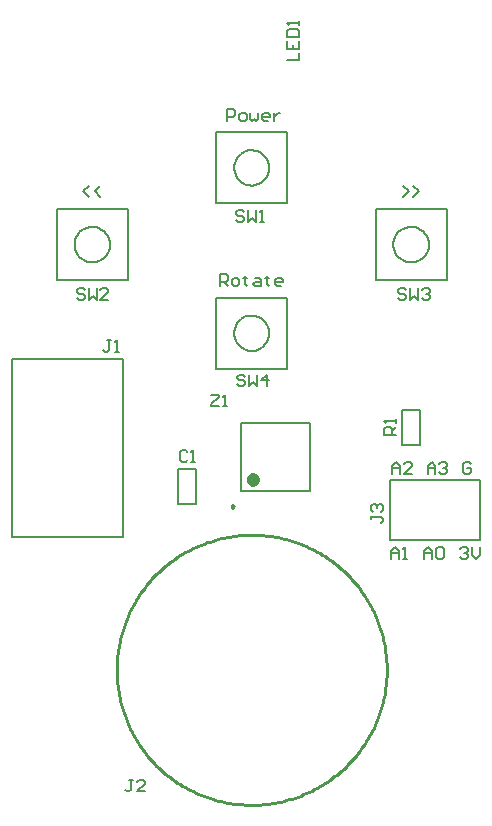
<source format=gto>
%FSLAX25Y25*%
%MOIN*%
G70*
G01*
G75*
%ADD10R,0.20000X0.20000*%
%ADD11R,0.31200X0.31200*%
%ADD12R,0.03543X0.03150*%
%ADD13R,0.08268X0.05512*%
%ADD14R,0.02165X0.06693*%
%ADD15R,0.06693X0.02165*%
%ADD16C,0.01969*%
%ADD17O,0.07087X0.06299*%
%ADD18O,0.05906X0.07087*%
%ADD19C,0.19685*%
%ADD20C,0.07000*%
%ADD21R,0.07000X0.07000*%
%ADD22C,0.01969*%
%ADD23C,0.01000*%
%ADD24C,0.00500*%
%ADD25C,0.00984*%
%ADD26C,0.02362*%
%ADD27C,0.00787*%
D23*
X45000Y-88583D02*
X44989Y-87584D01*
X44956Y-86585D01*
X44900Y-85588D01*
X44823Y-84592D01*
X44723Y-83597D01*
X44601Y-82606D01*
X44458Y-81617D01*
X44292Y-80632D01*
X44105Y-79651D01*
X43895Y-78674D01*
X43665Y-77702D01*
X43412Y-76735D01*
X43139Y-75774D01*
X42844Y-74819D01*
X42527Y-73872D01*
X42190Y-72931D01*
X41833Y-71999D01*
X41454Y-71074D01*
X41055Y-70158D01*
X40636Y-69251D01*
X40197Y-68354D01*
X39738Y-67466D01*
X39259Y-66589D01*
X38761Y-65723D01*
X38244Y-64868D01*
X37708Y-64025D01*
X37154Y-63194D01*
X36581Y-62375D01*
X35990Y-61570D01*
X35382Y-60777D01*
X34756Y-59999D01*
X34113Y-59234D01*
X33453Y-58484D01*
X32776Y-57749D01*
X32084Y-57029D01*
X31375Y-56324D01*
X30651Y-55636D01*
X29912Y-54963D01*
X29159Y-54308D01*
X28390Y-53669D01*
X27608Y-53047D01*
X26813Y-52443D01*
X26004Y-51857D01*
X25182Y-51288D01*
X24348Y-50739D01*
X23502Y-50207D01*
X22644Y-49695D01*
X21775Y-49202D01*
X20896Y-48728D01*
X20006Y-48274D01*
X19106Y-47840D01*
X18197Y-47426D01*
X17278Y-47032D01*
X16352Y-46659D01*
X15417Y-46306D01*
X14475Y-45974D01*
X13525Y-45663D01*
X12569Y-45374D01*
X11607Y-45105D01*
X10639Y-44858D01*
X9665Y-44633D01*
X8687Y-44429D01*
X7705Y-44247D01*
X6719Y-44087D01*
X5729Y-43949D01*
X4737Y-43833D01*
X3742Y-43739D01*
X2746Y-43666D01*
X1748Y-43617D01*
X749Y-43589D01*
X-250Y-43583D01*
X-1249Y-43600D01*
X-2247Y-43639D01*
X-3244Y-43700D01*
X-4240Y-43783D01*
X-5233Y-43888D01*
X-6224Y-44015D01*
X-7212Y-44164D01*
X-8196Y-44335D01*
X-9177Y-44528D01*
X-10153Y-44743D01*
X-11123Y-44979D01*
X-12089Y-45237D01*
X-13048Y-45516D01*
X-14001Y-45816D01*
X-14947Y-46137D01*
X-15885Y-46480D01*
X-16816Y-46843D01*
X-17739Y-47226D01*
X-18652Y-47630D01*
X-19557Y-48055D01*
X-20452Y-48499D01*
X-21337Y-48963D01*
X-22211Y-49446D01*
X-23074Y-49949D01*
X-23926Y-50471D01*
X-24767Y-51011D01*
X-25595Y-51570D01*
X-26410Y-52148D01*
X-27212Y-52743D01*
X-28001Y-53356D01*
X-28776Y-53986D01*
X-29537Y-54633D01*
X-30284Y-55298D01*
X-31015Y-55978D01*
X-31731Y-56675D01*
X-32432Y-57387D01*
X-33116Y-58115D01*
X-33785Y-58857D01*
X-34436Y-59615D01*
X-35071Y-60386D01*
X-35688Y-61172D01*
X-36288Y-61971D01*
X-36870Y-62783D01*
X-37433Y-63608D01*
X-37979Y-64445D01*
X-38505Y-65294D01*
X-39013Y-66155D01*
X-39501Y-67026D01*
X-39970Y-67909D01*
X-40419Y-68801D01*
X-40848Y-69703D01*
X-41257Y-70615D01*
X-41646Y-71535D01*
X-42014Y-72464D01*
X-42362Y-73401D01*
X-42688Y-74345D01*
X-42994Y-75296D01*
X-43278Y-76254D01*
X-43541Y-77218D01*
X-43783Y-78187D01*
X-44003Y-79162D01*
X-44201Y-80141D01*
X-44378Y-81124D01*
X-44532Y-82111D01*
X-44665Y-83101D01*
X-44776Y-84094D01*
X-44864Y-85089D01*
X-44931Y-86086D01*
X-44975Y-87084D01*
X-44997Y-88083D01*
Y-89082D01*
X-44975Y-90081D01*
X-44931Y-91079D01*
X-44864Y-92076D01*
X-44776Y-93071D01*
X-44665Y-94064D01*
X-44532Y-95054D01*
X-44378Y-96041D01*
X-44201Y-97025D01*
X-44003Y-98004D01*
X-43783Y-98978D01*
X-43541Y-99948D01*
X-43278Y-100911D01*
X-42994Y-101869D01*
X-42688Y-102820D01*
X-42362Y-103765D01*
X-42014Y-104701D01*
X-41646Y-105630D01*
X-41257Y-106550D01*
X-40848Y-107462D01*
X-40419Y-108364D01*
X-39970Y-109256D01*
X-39501Y-110139D01*
X-39013Y-111010D01*
X-38505Y-111871D01*
X-37979Y-112720D01*
X-37434Y-113557D01*
X-36870Y-114382D01*
X-36288Y-115194D01*
X-35688Y-115993D01*
X-35071Y-116779D01*
X-34437Y-117550D01*
X-33785Y-118308D01*
X-33117Y-119051D01*
X-32432Y-119778D01*
X-31732Y-120491D01*
X-31015Y-121187D01*
X-30284Y-121868D01*
X-29537Y-122532D01*
X-28777Y-123179D01*
X-28001Y-123809D01*
X-27213Y-124422D01*
X-26410Y-125018D01*
X-25595Y-125595D01*
X-24767Y-126154D01*
X-23927Y-126695D01*
X-23075Y-127216D01*
X-22211Y-127719D01*
X-21337Y-128203D01*
X-20452Y-128666D01*
X-19557Y-129111D01*
X-18653Y-129535D01*
X-17739Y-129939D01*
X-16816Y-130323D01*
X-15886Y-130685D01*
X-14947Y-131028D01*
X-14001Y-131349D01*
X-13048Y-131649D01*
X-12089Y-131929D01*
X-11124Y-132186D01*
X-10153Y-132422D01*
X-9177Y-132637D01*
X-8197Y-132830D01*
X-7213Y-133001D01*
X-6225Y-133150D01*
X-5234Y-133277D01*
X-4240Y-133382D01*
X-3244Y-133466D01*
X-2247Y-133527D01*
X-1249Y-133565D01*
X-250Y-133582D01*
X749Y-133576D01*
X1748Y-133549D01*
X2746Y-133499D01*
X3742Y-133427D01*
X4737Y-133333D01*
X5729Y-133217D01*
X6718Y-133078D01*
X7705Y-132918D01*
X8687Y-132736D01*
X9665Y-132533D01*
X10638Y-132307D01*
X11607Y-132060D01*
X12569Y-131792D01*
X13525Y-131502D01*
X14475Y-131191D01*
X15417Y-130859D01*
X16352Y-130507D01*
X17278Y-130133D01*
X18196Y-129739D01*
X19106Y-129325D01*
X20006Y-128891D01*
X20895Y-128437D01*
X21775Y-127963D01*
X22644Y-127470D01*
X23502Y-126958D01*
X24348Y-126427D01*
X25182Y-125877D01*
X26004Y-125309D01*
X26813Y-124722D01*
X27608Y-124118D01*
X28390Y-123497D01*
X29159Y-122858D01*
X29912Y-122202D01*
X30651Y-121529D01*
X31375Y-120841D01*
X32084Y-120136D01*
X32776Y-119416D01*
X33453Y-118681D01*
X34113Y-117931D01*
X34756Y-117166D01*
X35382Y-116388D01*
X35990Y-115596D01*
X36581Y-114790D01*
X37154Y-113971D01*
X37708Y-113140D01*
X38244Y-112297D01*
X38761Y-111442D01*
X39259Y-110576D01*
X39738Y-109699D01*
X40197Y-108812D01*
X40636Y-107914D01*
X41055Y-107007D01*
X41454Y-106091D01*
X41833Y-105167D01*
X42191Y-104234D01*
X42528Y-103293D01*
X42844Y-102346D01*
X43139Y-101391D01*
X43412Y-100430D01*
X43665Y-99464D01*
X43896Y-98492D01*
X44105Y-97515D01*
X44292Y-96533D01*
X44458Y-95548D01*
X44601Y-94559D01*
X44723Y-93568D01*
X44823Y-92574D01*
X44900Y-91578D01*
X44956Y-90580D01*
X44989Y-89581D01*
X45000Y-88583D01*
D24*
X5907Y78741D02*
X5822Y79739D01*
X5569Y80708D01*
X5157Y81621D01*
X4596Y82451D01*
X3902Y83174D01*
X3097Y83770D01*
X2203Y84221D01*
X1245Y84514D01*
X251Y84641D01*
X-750Y84599D01*
X-1729Y84388D01*
X-2659Y84014D01*
X-3512Y83489D01*
X-4264Y82827D01*
X-4893Y82048D01*
X-5382Y81173D01*
X-5715Y80229D01*
X-5885Y79241D01*
Y78240D01*
X-5715Y77252D01*
X-5382Y76308D01*
X-4893Y75433D01*
X-4264Y74654D01*
X-3512Y73992D01*
X-2659Y73467D01*
X-1729Y73093D01*
X-750Y72882D01*
X251Y72840D01*
X1245Y72967D01*
X2203Y73260D01*
X3097Y73711D01*
X3902Y74307D01*
X4596Y75030D01*
X5157Y75860D01*
X5569Y76773D01*
X5822Y77742D01*
X5907Y78741D01*
X-47243Y53150D02*
X-47328Y54148D01*
X-47580Y55117D01*
X-47993Y56030D01*
X-48554Y56860D01*
X-49247Y57584D01*
X-50053Y58179D01*
X-50947Y58630D01*
X-51905Y58924D01*
X-52899Y59051D01*
X-53900Y59008D01*
X-54879Y58797D01*
X-55808Y58424D01*
X-56661Y57898D01*
X-57413Y57237D01*
X-58043Y56457D01*
X-58531Y55583D01*
X-58865Y54638D01*
X-59034Y53651D01*
Y52649D01*
X-58865Y51662D01*
X-58531Y50717D01*
X-58043Y49843D01*
X-57413Y49063D01*
X-56661Y48401D01*
X-55808Y47876D01*
X-54879Y47503D01*
X-53900Y47291D01*
X-52899Y47249D01*
X-51905Y47376D01*
X-50947Y47670D01*
X-50053Y48121D01*
X-49247Y48716D01*
X-48554Y49439D01*
X-47993Y50270D01*
X-47580Y51182D01*
X-47328Y52152D01*
X-47243Y53150D01*
X59056D02*
X58971Y54148D01*
X58719Y55117D01*
X58306Y56030D01*
X57745Y56860D01*
X57052Y57584D01*
X56247Y58179D01*
X55352Y58630D01*
X54394Y58924D01*
X53401Y59051D01*
X52400Y59008D01*
X51420Y58797D01*
X50491Y58424D01*
X49638Y57898D01*
X48886Y57237D01*
X48256Y56457D01*
X47768Y55583D01*
X47434Y54638D01*
X47265Y53651D01*
Y52649D01*
X47434Y51662D01*
X47768Y50717D01*
X48256Y49843D01*
X48886Y49063D01*
X49638Y48401D01*
X50491Y47876D01*
X51420Y47503D01*
X52400Y47291D01*
X53401Y47249D01*
X54394Y47376D01*
X55352Y47670D01*
X56247Y48121D01*
X57052Y48716D01*
X57745Y49439D01*
X58306Y50270D01*
X58719Y51182D01*
X58971Y52152D01*
X59056Y53150D01*
X5907Y23622D02*
X5822Y24621D01*
X5569Y25590D01*
X5157Y26503D01*
X4596Y27333D01*
X3902Y28056D01*
X3097Y28652D01*
X2203Y29103D01*
X1245Y29396D01*
X251Y29523D01*
X-750Y29481D01*
X-1729Y29270D01*
X-2659Y28896D01*
X-3512Y28371D01*
X-4264Y27709D01*
X-4893Y26930D01*
X-5382Y26055D01*
X-5715Y25111D01*
X-5885Y24123D01*
Y23122D01*
X-5715Y22134D01*
X-5382Y21190D01*
X-4893Y20315D01*
X-4264Y19536D01*
X-3512Y18874D01*
X-2659Y18349D01*
X-1729Y17975D01*
X-750Y17764D01*
X251Y17721D01*
X1245Y17849D01*
X2203Y18142D01*
X3097Y18593D01*
X3902Y19189D01*
X4596Y19912D01*
X5157Y20742D01*
X5569Y21655D01*
X5822Y22624D01*
X5907Y23622D01*
X-79724Y15157D02*
X-42913D01*
X-79724Y-44291D02*
Y15157D01*
X-42913Y-44291D02*
Y15157D01*
X-79724Y-44291D02*
X-42913D01*
X56102Y-13780D02*
Y-1969D01*
X50197Y-13780D02*
X56102D01*
X50197D02*
Y-1969D01*
X56102D01*
X11811Y66929D02*
Y90551D01*
X-11811D02*
X11811D01*
X-11811Y66929D02*
Y90551D01*
Y66929D02*
X11811D01*
X-41339Y41339D02*
Y64961D01*
X-64961D02*
X-41339D01*
X-64961Y41339D02*
Y64961D01*
Y41339D02*
X-41339D01*
X64961D02*
Y64961D01*
X41339D02*
X64961D01*
X41339Y41339D02*
Y64961D01*
Y41339D02*
X64961D01*
X11811Y11811D02*
Y35433D01*
X-11811D02*
X11811D01*
X-11811Y11811D02*
Y35433D01*
Y11811D02*
X11811D01*
X76024Y-45433D02*
Y-25433D01*
X46024D02*
X76024D01*
X46024Y-45433D02*
Y-25433D01*
Y-45433D02*
X76024D01*
X-18701Y-33465D02*
Y-21654D01*
X-24606Y-33465D02*
X-18701D01*
X-24606D02*
Y-21654D01*
X-18701D01*
D25*
X-5906Y-34055D02*
X-6644Y-33629D01*
Y-34481D01*
X-5906Y-34055D01*
D26*
X1575Y-25197D02*
X1130Y-24273D01*
X131Y-24045D01*
X-670Y-24684D01*
Y-25709D01*
X131Y-26348D01*
X1130Y-26120D01*
X1575Y-25197D01*
D27*
X-3543Y-29134D02*
X19291D01*
X-3543Y-6299D02*
X19291D01*
X-3543Y-29134D02*
Y-6299D01*
X19291Y-29134D02*
Y-6299D01*
X11812Y114567D02*
X15748D01*
Y117191D01*
X11812Y121126D02*
Y118503D01*
X15748D01*
Y121126D01*
X13780Y118503D02*
Y119815D01*
X11812Y122438D02*
X15748D01*
Y124406D01*
X15092Y125062D01*
X12468D01*
X11812Y124406D01*
Y122438D01*
X15748Y126374D02*
Y127686D01*
Y127030D01*
X11812D01*
X12468Y126374D01*
X-46982Y21259D02*
X-48294D01*
X-47638D01*
Y17979D01*
X-48294Y17323D01*
X-48950D01*
X-49606Y17979D01*
X-45671Y17323D02*
X-44359D01*
X-45015D01*
Y21259D01*
X-45671Y20603D01*
X-39502Y-125198D02*
X-40814D01*
X-40158D01*
Y-128478D01*
X-40814Y-129134D01*
X-41470D01*
X-42126Y-128478D01*
X-35566Y-129134D02*
X-38190D01*
X-35566Y-126510D01*
Y-125854D01*
X-36222Y-125198D01*
X-37534D01*
X-38190Y-125854D01*
X48031Y-10236D02*
X44096D01*
Y-8268D01*
X44752Y-7612D01*
X46064D01*
X46720Y-8268D01*
Y-10236D01*
Y-8924D02*
X48031Y-7612D01*
Y-6301D02*
Y-4989D01*
Y-5644D01*
X44096D01*
X44752Y-6301D01*
X-2494Y63910D02*
X-3150Y64566D01*
X-4462D01*
X-5118Y63910D01*
Y63254D01*
X-4462Y62598D01*
X-3150D01*
X-2494Y61942D01*
Y61286D01*
X-3150Y60630D01*
X-4462D01*
X-5118Y61286D01*
X-1182Y64566D02*
Y60630D01*
X129Y61942D01*
X1441Y60630D01*
Y64566D01*
X2753Y60630D02*
X4065D01*
X3409D01*
Y64566D01*
X2753Y63910D01*
X-55644Y37925D02*
X-56300Y38581D01*
X-57612D01*
X-58268Y37925D01*
Y37269D01*
X-57612Y36614D01*
X-56300D01*
X-55644Y35958D01*
Y35302D01*
X-56300Y34646D01*
X-57612D01*
X-58268Y35302D01*
X-54332Y38581D02*
Y34646D01*
X-53020Y35958D01*
X-51708Y34646D01*
Y38581D01*
X-47772Y34646D02*
X-50396D01*
X-47772Y37269D01*
Y37925D01*
X-48428Y38581D01*
X-49740D01*
X-50396Y37925D01*
X51443D02*
X50787Y38581D01*
X49475D01*
X48819Y37925D01*
Y37269D01*
X49475Y36614D01*
X50787D01*
X51443Y35958D01*
Y35302D01*
X50787Y34646D01*
X49475D01*
X48819Y35302D01*
X52755Y38581D02*
Y34646D01*
X54066Y35958D01*
X55379Y34646D01*
Y38581D01*
X56690Y37925D02*
X57346Y38581D01*
X58658D01*
X59314Y37925D01*
Y37269D01*
X58658Y36614D01*
X58002D01*
X58658D01*
X59314Y35958D01*
Y35302D01*
X58658Y34646D01*
X57346D01*
X56690Y35302D01*
X-2101Y9185D02*
X-2757Y9841D01*
X-4068D01*
X-4724Y9185D01*
Y8529D01*
X-4068Y7873D01*
X-2757D01*
X-2101Y7217D01*
Y6561D01*
X-2757Y5906D01*
X-4068D01*
X-4724Y6561D01*
X-789Y9841D02*
Y5906D01*
X523Y7217D01*
X1835Y5906D01*
Y9841D01*
X5115Y5906D02*
Y9841D01*
X3147Y7873D01*
X5771D01*
X-13386Y3148D02*
X-10762D01*
Y2492D01*
X-13386Y-132D01*
Y-787D01*
X-10762D01*
X-9450D02*
X-8138D01*
X-8794D01*
Y3148D01*
X-9450Y2492D01*
X-21392Y-16012D02*
X-22048Y-15356D01*
X-23360D01*
X-24016Y-16012D01*
Y-18635D01*
X-23360Y-19291D01*
X-22048D01*
X-21392Y-18635D01*
X-20080Y-19291D02*
X-18768D01*
X-19424D01*
Y-15356D01*
X-20080Y-16012D01*
X39765Y-37140D02*
Y-38452D01*
Y-37796D01*
X43045D01*
X43701Y-38452D01*
Y-39108D01*
X43045Y-39764D01*
X40421Y-35828D02*
X39765Y-35172D01*
Y-33860D01*
X40421Y-33204D01*
X41077D01*
X41733Y-33860D01*
Y-34516D01*
Y-33860D01*
X42389Y-33204D01*
X43045D01*
X43701Y-33860D01*
Y-35172D01*
X43045Y-35828D01*
X50394Y68898D02*
X52362Y70865D01*
X50394Y72833D01*
X53673Y68898D02*
X55641Y70865D01*
X53673Y72833D01*
X-54331Y68898D02*
X-56299Y70865D01*
X-54331Y72833D01*
X-50396Y68898D02*
X-52364Y70865D01*
X-50396Y72833D01*
X-10630Y39370D02*
Y43306D01*
X-8662D01*
X-8006Y42650D01*
Y41338D01*
X-8662Y40682D01*
X-10630D01*
X-9318D02*
X-8006Y39370D01*
X-6038D02*
X-4726D01*
X-4070Y40026D01*
Y41338D01*
X-4726Y41994D01*
X-6038D01*
X-6694Y41338D01*
Y40026D01*
X-6038Y39370D01*
X-2103Y42650D02*
Y41994D01*
X-2758D01*
X-1446D01*
X-2103D01*
Y40026D01*
X-1446Y39370D01*
X1177Y41994D02*
X2489D01*
X3145Y41338D01*
Y39370D01*
X1177D01*
X521Y40026D01*
X1177Y40682D01*
X3145D01*
X5113Y42650D02*
Y41994D01*
X4457D01*
X5769D01*
X5113D01*
Y40026D01*
X5769Y39370D01*
X9705D02*
X8393D01*
X7737Y40026D01*
Y41338D01*
X8393Y41994D01*
X9705D01*
X10361Y41338D01*
Y40682D01*
X7737D01*
X-8268Y94488D02*
Y98424D01*
X-6300D01*
X-5644Y97768D01*
Y96456D01*
X-6300Y95800D01*
X-8268D01*
X-3676Y94488D02*
X-2364D01*
X-1708Y95144D01*
Y96456D01*
X-2364Y97112D01*
X-3676D01*
X-4332Y96456D01*
Y95144D01*
X-3676Y94488D01*
X-396Y97112D02*
Y95144D01*
X260Y94488D01*
X916Y95144D01*
X1572Y94488D01*
X2228Y95144D01*
Y97112D01*
X5507Y94488D02*
X4196D01*
X3540Y95144D01*
Y96456D01*
X4196Y97112D01*
X5507D01*
X6163Y96456D01*
Y95800D01*
X3540D01*
X7475Y97112D02*
Y94488D01*
Y95800D01*
X8131Y96456D01*
X8787Y97112D01*
X9443D01*
X46457Y-51575D02*
Y-48951D01*
X47769Y-47639D01*
X49081Y-48951D01*
Y-51575D01*
Y-49607D01*
X46457D01*
X50392Y-51575D02*
X51704D01*
X51048D01*
Y-47639D01*
X50392Y-48295D01*
X57608Y-51575D02*
Y-48951D01*
X58920Y-47639D01*
X60232Y-48951D01*
Y-51575D01*
Y-49607D01*
X57608D01*
X61544Y-48295D02*
X62200Y-47639D01*
X63512D01*
X64167Y-48295D01*
Y-50919D01*
X63512Y-51575D01*
X62200D01*
X61544Y-50919D01*
Y-48295D01*
X69415D02*
X70071Y-47639D01*
X71383D01*
X72039Y-48295D01*
Y-48951D01*
X71383Y-49607D01*
X70727D01*
X71383D01*
X72039Y-50263D01*
Y-50919D01*
X71383Y-51575D01*
X70071D01*
X69415Y-50919D01*
X73351Y-47639D02*
Y-50263D01*
X74663Y-51575D01*
X75975Y-50263D01*
Y-47639D01*
X46850Y-23228D02*
Y-20605D01*
X48162Y-19293D01*
X49474Y-20605D01*
Y-23228D01*
Y-21260D01*
X46850D01*
X53410Y-23228D02*
X50786D01*
X53410Y-20605D01*
Y-19949D01*
X52754Y-19293D01*
X51442D01*
X50786Y-19949D01*
X58658Y-23228D02*
Y-20605D01*
X59970Y-19293D01*
X61281Y-20605D01*
Y-23228D01*
Y-21260D01*
X58658D01*
X62593Y-19949D02*
X63249Y-19293D01*
X64561D01*
X65217Y-19949D01*
Y-20605D01*
X64561Y-21260D01*
X63905D01*
X64561D01*
X65217Y-21916D01*
Y-22572D01*
X64561Y-23228D01*
X63249D01*
X62593Y-22572D01*
X73089Y-19949D02*
X72433Y-19293D01*
X71121D01*
X70465Y-19949D01*
Y-22572D01*
X71121Y-23228D01*
X72433D01*
X73089Y-22572D01*
Y-21260D01*
X71777D01*
M02*

</source>
